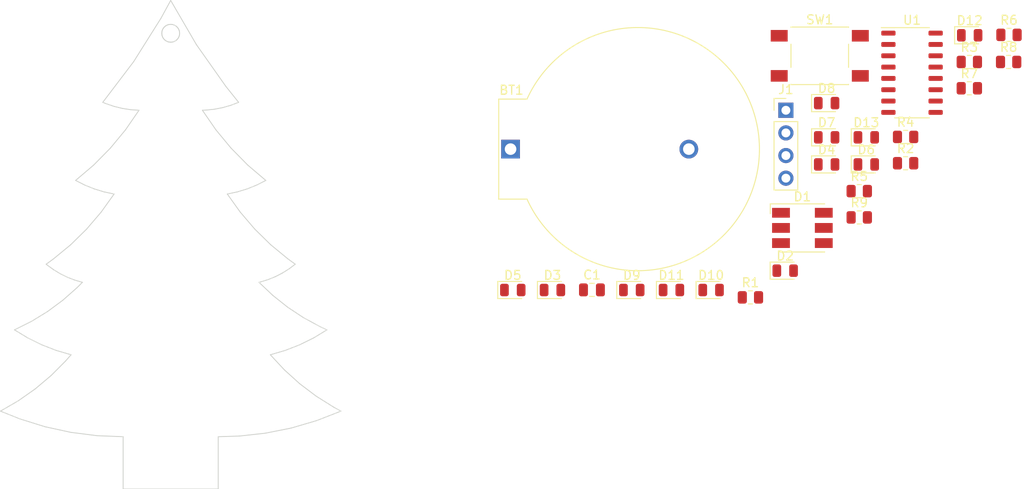
<source format=kicad_pcb>
(kicad_pcb (version 20211014) (generator pcbnew)
  (layers (0 "F.Cu" signal) (31 "B.Cu" signal) (34 "B.Paste" user) (35 "F.Paste" user) (36 "B.SilkS" user "B.Silkscreen") (37 "F.SilkS" user "F.Silkscreen") (38 "B.Mask" user) (39 "F.Mask" user) (44 "Edge.Cuts" user))
  (net 0 "")
  (net 1 "VCC")
  (net 2 "GND")
  (net 3 "Net-(D1-Pad1)")
  (net 4 "Net-(D1-Pad2)")
  (net 5 "Net-(D1-Pad3)")
  (net 6 "Net-(D1-Pad4)")
  (net 7 "Net-(D1-Pad5)")
  (net 8 "Net-(D1-Pad6)")
  (net 9 "/MPX2")
  (net 10 "Net-(D2-Pad2)")
  (net 11 "/MPX1")
  (net 12 "Net-(D4-Pad2)")
  (net 13 "Net-(D6-Pad2)")
  (net 14 "Net-(D8-Pad2)")
  (net 15 "Net-(D10-Pad2)")
  (net 16 "Net-(D12-Pad2)")
  (net 17 "/P3.0")
  (net 18 "/P3.3")
  (net 19 "/P3.4")
  (net 20 "/P3.5")
  (net 21 "/P3.6")
  (net 22 "/P3.7")
  (net 23 "/P1.6")
  (net 24 "Net-(SW1-Pad1)")
  (net 25 "/P3.1")
  (footprint "LED_SMD:LED_0805_2012Metric" (layer "F.Cu") (at 192.7 90.806827)
    (fp_text reference "D3" (at 0 -1.65) (layer "F.SilkS"))
    (fp_text value "LED")
    (fp_line (start 1 -0.96) (end -1.685 -0.96) (layer "F.SilkS") (width 0.12))
    (fp_line (start -1.685 0.96) (end 1 0.96) (layer "F.SilkS") (width 0.12))
    (fp_line (start -1.685 -0.96) (end -1.685 0.96) (layer "F.SilkS") (width 0.12))
    (pad "1" smd roundrect (at -0.9375 0) (size 0.975 1.4) (layers "F.Cu" "F.Paste" "F.Mask") (net 11 "/MPX1"))
    (pad "2" smd roundrect (at 0.9375 0) (size 0.975 1.4) (layers "F.Cu" "F.Paste" "F.Mask") (net 10 "Net-(D2-Pad2)"))
  )
  (footprint "LED_SMD:LED_0805_2012Metric" (layer "F.Cu") (at 223.46 69.836827)
    (fp_text reference "D8" (at 0 -1.65) (layer "F.SilkS"))
    (fp_text value "LED")
    (fp_line (start -1.685 -0.96) (end -1.685 0.96) (layer "F.SilkS") (width 0.12))
    (fp_line (start 1 -0.96) (end -1.685 -0.96) (layer "F.SilkS") (width 0.12))
    (fp_line (start -1.685 0.96) (end 1 0.96) (layer "F.SilkS") (width 0.12))
    (pad "1" smd roundrect (at -0.9375 0) (size 0.975 1.4) (layers "F.Cu" "F.Paste" "F.Mask") (net 9 "/MPX2"))
    (pad "2" smd roundrect (at 0.9375 0) (size 0.975 1.4) (layers "F.Cu" "F.Paste" "F.Mask") (net 14 "Net-(D8-Pad2)"))
  )
  (footprint "Resistor_SMD:R_0805_2012Metric" (layer "F.Cu") (at 232.32 76.581827)
    (fp_text reference "R2" (at 0 -1.65) (layer "F.SilkS"))
    (fp_text value "R")
    (fp_line (start -0.227064 0.735) (end 0.227064 0.735) (layer "F.SilkS") (width 0.12))
    (fp_line (start -0.227064 -0.735) (end 0.227064 -0.735) (layer "F.SilkS") (width 0.12))
    (pad "1" smd roundrect (at -0.9125 0) (size 1.025 1.4) (layers "F.Cu" "F.Paste" "F.Mask") (roundrect_rratio 0.243902) (net 4 "Net-(D1-Pad2)"))
    (pad "2" smd roundrect (at 0.9125 0) (size 1.025 1.4) (layers "F.Cu" "F.Paste" "F.Mask") (roundrect_rratio 0.243902) (net 2 "GND"))
  )
  (footprint "Resistor_SMD:R_0805_2012Metric" (layer "F.Cu") (at 214.91 91.631827)
    (fp_text reference "R1" (at 0 -1.65) (layer "F.SilkS"))
    (fp_text value "R")
    (fp_line (start -0.227064 0.735) (end 0.227064 0.735) (layer "F.SilkS") (width 0.12))
    (fp_line (start -0.227064 -0.735) (end 0.227064 -0.735) (layer "F.SilkS") (width 0.12))
    (pad "1" smd roundrect (at -0.9125 0) (size 1.025 1.4) (layers "F.Cu" "F.Paste" "F.Mask") (roundrect_rratio 0.243902) (net 3 "Net-(D1-Pad1)"))
    (pad "2" smd roundrect (at 0.9125 0) (size 1.025 1.4) (layers "F.Cu" "F.Paste" "F.Mask") (roundrect_rratio 0.243902) (net 2 "GND"))
  )
  (footprint "LED_SMD:LED_0805_2012Metric" (layer "F.Cu") (at 227.91 76.716827)
    (fp_text reference "D6" (at 0 -1.65) (layer "F.SilkS"))
    (fp_text value "LED")
    (fp_line (start -1.685 0.96) (end 1 0.96) (layer "F.SilkS") (width 0.12))
    (fp_line (start 1 -0.96) (end -1.685 -0.96) (layer "F.SilkS") (width 0.12))
    (fp_line (start -1.685 -0.96) (end -1.685 0.96) (layer "F.SilkS") (width 0.12))
    (pad "1" smd roundrect (at -0.9375 0) (size 0.975 1.4) (layers "F.Cu" "F.Paste" "F.Mask") (net 9 "/MPX2"))
    (pad "2" smd roundrect (at 0.9375 0) (size 0.975 1.4) (layers "F.Cu" "F.Paste" "F.Mask") (net 13 "Net-(D6-Pad2)"))
  )
  (footprint "LED_SMD:LED_0805_2012Metric" (layer "F.Cu") (at 218.81 88.636827)
    (fp_text reference "D2" (at 0 -1.65) (layer "F.SilkS"))
    (fp_text value "LED")
    (fp_line (start -1.685 0.96) (end 1 0.96) (layer "F.SilkS") (width 0.12))
    (fp_line (start -1.685 -0.96) (end -1.685 0.96) (layer "F.SilkS") (width 0.12))
    (fp_line (start 1 -0.96) (end -1.685 -0.96) (layer "F.SilkS") (width 0.12))
    (pad "1" smd roundrect (at -0.9375 0) (size 0.975 1.4) (layers "F.Cu" "F.Paste" "F.Mask") (net 9 "/MPX2"))
    (pad "2" smd roundrect (at 0.9375 0) (size 0.975 1.4) (layers "F.Cu" "F.Paste" "F.Mask") (net 10 "Net-(D2-Pad2)"))
  )
  (footprint "Resistor_SMD:R_0805_2012Metric" (layer "F.Cu") (at 243.88 65.221827)
    (fp_text reference "R8" (at 0 -1.65) (layer "F.SilkS"))
    (fp_text value "R")
    (fp_line (start -0.227064 0.735) (end 0.227064 0.735) (layer "F.SilkS") (width 0.12))
    (fp_line (start -0.227064 -0.735) (end 0.227064 -0.735) (layer "F.SilkS") (width 0.12))
    (pad "1" smd roundrect (at -0.9125 0) (size 1.025 1.4) (layers "F.Cu" "F.Paste" "F.Mask") (roundrect_rratio 0.243902) (net 15 "Net-(D10-Pad2)"))
    (pad "2" smd roundrect (at 0.9125 0) (size 1.025 1.4) (layers "F.Cu" "F.Paste" "F.Mask") (roundrect_rratio 0.243902) (net 22 "/P3.7"))
  )
  (footprint "LED_SMD:LED_RGB_5050-6" (layer "F.Cu") (at 220.74 83.841827)
    (fp_text reference "D1" (at 0 -3.5 180) (layer "F.SilkS"))
    (fp_text value "LED_RGB")
    (fp_line (start 2.5 2.7) (end -2.5 2.7) (layer "F.SilkS") (width 0.12))
    (fp_line (start -3.6 -1.6) (end -3.6 -2.7) (layer "F.SilkS") (width 0.12))
    (fp_line (start -3.6 -2.7) (end 2.5 -2.7) (layer "F.SilkS") (width 0.12))
    (pad "1" smd rect (at -2.4 -1.7 90) (size 1.1 2) (layers "F.Cu" "F.Paste" "F.Mask") (net 3 "Net-(D1-Pad1)"))
    (pad "2" smd rect (at -2.4 0 90) (size 1.1 2) (layers "F.Cu" "F.Paste" "F.Mask") (net 4 "Net-(D1-Pad2)"))
    (pad "3" smd rect (at -2.4 1.7 90) (size 1.1 2) (layers "F.Cu" "F.Paste" "F.Mask") (net 5 "Net-(D1-Pad3)"))
    (pad "4" smd rect (at 2.4 1.7 90) (size 1.1 2) (layers "F.Cu" "F.Paste" "F.Mask") (net 6 "Net-(D1-Pad4)"))
    (pad "5" smd rect (at 2.4 0 90) (size 1.1 2) (layers "F.Cu" "F.Paste" "F.Mask") (net 7 "Net-(D1-Pad5)"))
    (pad "6" smd rect (at 2.4 -1.7 90) (size 1.1 2) (layers "F.Cu" "F.Paste" "F.Mask") (net 8 "Net-(D1-Pad6)"))
  )
  (footprint "LED_SMD:LED_0805_2012Metric" (layer "F.Cu") (at 239.51 62.226827)
    (fp_text reference "D12" (at 0 -1.65) (layer "F.SilkS"))
    (fp_text value "LED")
    (fp_line (start -1.685 0.96) (end 1 0.96) (layer "F.SilkS") (width 0.12))
    (fp_line (start 1 -0.96) (end -1.685 -0.96) (layer "F.SilkS") (width 0.12))
    (fp_line (start -1.685 -0.96) (end -1.685 0.96) (layer "F.SilkS") (width 0.12))
    (pad "1" smd roundrect (at -0.9375 0) (size 0.975 1.4) (layers "F.Cu" "F.Paste" "F.Mask") (net 9 "/MPX2"))
    (pad "2" smd roundrect (at 0.9375 0) (size 0.975 1.4) (layers "F.Cu" "F.Paste" "F.Mask") (net 16 "Net-(D12-Pad2)"))
  )
  (footprint "LED_SMD:LED_0805_2012Metric" (layer "F.Cu") (at 201.6 90.806827)
    (fp_text reference "D9" (at 0 -1.65) (layer "F.SilkS"))
    (fp_text value "LED")
    (fp_line (start -1.685 0.96) (end 1 0.96) (layer "F.SilkS") (width 0.12))
    (fp_line (start 1 -0.96) (end -1.685 -0.96) (layer "F.SilkS") (width 0.12))
    (fp_line (start -1.685 -0.96) (end -1.685 0.96) (layer "F.SilkS") (width 0.12))
    (pad "1" smd roundrect (at -0.9375 0) (size 0.975 1.4) (layers "F.Cu" "F.Paste" "F.Mask") (net 11 "/MPX1"))
    (pad "2" smd roundrect (at 0.9375 0) (size 0.975 1.4) (layers "F.Cu" "F.Paste" "F.Mask") (net 14 "Net-(D8-Pad2)"))
  )
  (footprint "LED_SMD:LED_0805_2012Metric" (layer "F.Cu") (at 223.46 76.716827)
    (fp_text reference "D4" (at 0 -1.65) (layer "F.SilkS"))
    (fp_text value "LED")
    (fp_line (start -1.685 0.96) (end 1 0.96) (layer "F.SilkS") (width 0.12))
    (fp_line (start 1 -0.96) (end -1.685 -0.96) (layer "F.SilkS") (width 0.12))
    (fp_line (start -1.685 -0.96) (end -1.685 0.96) (layer "F.SilkS") (width 0.12))
    (pad "1" smd roundrect (at -0.9375 0) (size 0.975 1.4) (layers "F.Cu" "F.Paste" "F.Mask") (net 9 "/MPX2"))
    (pad "2" smd roundrect (at 0.9375 0) (size 0.975 1.4) (layers "F.Cu" "F.Paste" "F.Mask") (net 12 "Net-(D4-Pad2)"))
  )
  (footprint "Connector_PinHeader_2.54mm:PinHeader_1x04_P2.54mm_Vertical" (layer "F.Cu") (at 218.89 70.641827)
    (fp_text reference "J1" (at 0 -2.33) (layer "F.SilkS"))
    (fp_text value "Conn_01x04")
    (fp_line (start -1.33 1.27) (end -1.33 8.95) (layer "F.SilkS") (width 0.12))
    (fp_line (start -1.33 1.27) (end 1.33 1.27) (layer "F.SilkS") (width 0.12))
    (fp_line (start -1.33 -1.33) (end 0 -1.33) (layer "F.SilkS") (width 0.12))
    (fp_line (start -1.33 0) (end -1.33 -1.33) (layer "F.SilkS") (width 0.12))
    (fp_line (start -1.33 8.95) (end 1.33 8.95) (layer "F.SilkS") (width 0.12))
    (fp_line (start 1.33 1.27) (end 1.33 8.95) (layer "F.SilkS") (width 0.12))
    (pad "1" thru_hole rect (at 0 0) (size 1.7 1.7) (drill 1) (layers *.Cu *.Mask) (net 1 "VCC"))
    (pad "2" thru_hole oval (at 0 2.54) (size 1.7 1.7) (drill 1) (layers *.Cu *.Mask) (net 17 "/P3.0"))
    (pad "3" thru_hole oval (at 0 5.08) (size 1.7 1.7) (drill 1) (layers *.Cu *.Mask) (net 25 "/P3.1"))
    (pad "4" thru_hole oval (at 0 7.62) (size 1.7 1.7) (drill 1) (layers *.Cu *.Mask) (net 2 "GND"))
  )
  (footprint "LED_SMD:LED_0805_2012Metric" (layer "F.Cu") (at 188.25 90.806827)
    (fp_text reference "D5" (at 0 -1.65) (layer "F.SilkS"))
    (fp_text value "LED")
    (fp_line (start -1.685 -0.96) (end -1.685 0.96) (layer "F.SilkS") (width 0.12))
    (fp_line (start 1 -0.96) (end -1.685 -0.96) (layer "F.SilkS") (width 0.12))
    (fp_line (start -1.685 0.96) (end 1 0.96) (layer "F.SilkS") (width 0.12))
    (pad "1" smd roundrect (at -0.9375 0) (size 0.975 1.4) (layers "F.Cu" "F.Paste" "F.Mask") (net 11 "/MPX1"))
    (pad "2" smd roundrect (at 0.9375 0) (size 0.975 1.4) (layers "F.Cu" "F.Paste" "F.Mask") (net 12 "Net-(D4-Pad2)"))
  )
  (footprint "Resistor_SMD:R_0805_2012Metric" (layer "F.Cu") (at 239.47 65.221827)
    (fp_text reference "R3" (at 0 -1.65) (layer "F.SilkS"))
    (fp_text value "R")
    (fp_line (start -0.227064 0.735) (end 0.227064 0.735) (layer "F.SilkS") (width 0.12))
    (fp_line (start -0.227064 -0.735) (end 0.227064 -0.735) (layer "F.SilkS") (width 0.12))
    (pad "1" smd roundrect (at -0.9125 0) (size 1.025 1.4) (layers "F.Cu" "F.Paste" "F.Mask") (roundrect_rratio 0.243902) (net 5 "Net-(D1-Pad3)"))
    (pad "2" smd roundrect (at 0.9125 0) (size 1.025 1.4) (layers "F.Cu" "F.Paste" "F.Mask") (roundrect_rratio 0.243902) (net 2 "GND"))
  )
  (footprint "Resistor_SMD:R_0805_2012Metric" (layer "F.Cu") (at 239.47 68.171827)
    (fp_text reference "R7" (at 0 -1.65) (layer "F.SilkS"))
    (fp_text value "R")
    (fp_line (start -0.227064 0.735) (end 0.227064 0.735) (layer "F.SilkS") (width 0.12))
    (fp_line (start -0.227064 -0.735) (end 0.227064 -0.735) (layer "F.SilkS") (width 0.12))
    (pad "1" smd roundrect (at -0.9125 0) (size 1.025 1.4) (layers "F.Cu" "F.Paste" "F.Mask") (roundrect_rratio 0.243902) (net 14 "Net-(D8-Pad2)"))
    (pad "2" smd roundrect (at 0.9125 0) (size 1.025 1.4) (layers "F.Cu" "F.Paste" "F.Mask") (roundrect_rratio 0.243902) (net 21 "/P3.6"))
  )
  (footprint "LED_SMD:LED_0805_2012Metric" (layer "F.Cu") (at 206.05 90.806827)
    (fp_text reference "D11" (at 0 -1.65) (layer "F.SilkS"))
    (fp_text value "LED")
    (fp_line (start -1.685 0.96) (end 1 0.96) (layer "F.SilkS") (width 0.12))
    (fp_line (start -1.685 -0.96) (end -1.685 0.96) (layer "F.SilkS") (width 0.12))
    (fp_line (start 1 -0.96) (end -1.685 -0.96) (layer "F.SilkS") (width 0.12))
    (pad "1" smd roundrect (at -0.9375 0) (size 0.975 1.4) (layers "F.Cu" "F.Paste" "F.Mask") (net 11 "/MPX1"))
    (pad "2" smd roundrect (at 0.9375 0) (size 0.975 1.4) (layers "F.Cu" "F.Paste" "F.Mask") (net 15 "Net-(D10-Pad2)"))
  )
  (footprint "karifa:SW_Push_K2-1102SP" (layer "F.Cu") (at 222.69 64.531827)
    (fp_text reference "SW1" (at 0 -4.05) (layer "F.SilkS"))
    (fp_text value "SW_DPST_x2")
    (fp_line (start -3.23 -3.23) (end 3.23 -3.23) (layer "F.SilkS") (width 0.12))
    (fp_line (start 3.23 -1.3) (end 3.23 1.3) (layer "F.SilkS") (width 0.12))
    (fp_line (start -3.23 -1.3) (end -3.23 1.3) (layer "F.SilkS") (width 0.12))
    (fp_line (start -3.23 3.23) (end -3.23 3.2) (layer "F.SilkS") (width 0.12))
    (fp_line (start -3.23 -3.2) (end -3.23 -3.23) (layer "F.SilkS") (width 0.12))
    (fp_line (start 3.23 -3.23) (end 3.23 -3.2) (layer "F.SilkS") (width 0.12))
    (fp_line (start -3.23 3.23) (end 3.23 3.23) (layer "F.SilkS") (width 0.12))
    (fp_line (start 3.23 3.23) (end 3.23 3.2) (layer "F.SilkS") (width 0.12))
    (pad "1" smd rect (at 4.55 -2.25) (size 1.9 1.3) (layers "F.Cu" "F.Paste" "F.Mask") (net 24 "Net-(SW1-Pad1)"))
    (pad "1" smd rect (at -4.55 -2.25) (size 1.9 1.3) (layers "F.Cu" "F.Paste" "F.Mask") (net 24 "Net-(SW1-Pad1)"))
    (pad "2" smd rect (at -4.55 2.25) (size 1.9 1.3) (layers "F.Cu" "F.Paste" "F.Mask") (net 2 "GND"))
    (pad "2" smd rect (at 4.55 2.25) (size 1.9 1.3) (layers "F.Cu" "F.Paste" "F.Mask") (net 2 "GND"))
  )
  (footprint "Resistor_SMD:R_0805_2012Metric" (layer "F.Cu") (at 227.12 82.661827)
    (fp_text reference "R9" (at 0 -1.65) (layer "F.SilkS"))
    (fp_text value "R")
    (fp_line (start -0.227064 0.735) (end 0.227064 0.735) (layer "F.SilkS") (width 0.12))
    (fp_line (start -0.227064 -0.735) (end 0.227064 -0.735) (layer "F.SilkS") (width 0.12))
    (pad "1" smd roundrect (at -0.9125 0) (size 1.025 1.4) (layers "F.Cu" "F.Paste" "F.Mask") (roundrect_rratio 0.243902) (net 16 "Net-(D12-Pad2)"))
    (pad "2" smd roundrect (at 0.9125 0) (size 1.025 1.4) (layers "F.Cu" "F.Paste" "F.Mask") (roundrect_rratio 0.243902) (net 23 "/P1.6"))
  )
  (footprint "LED_SMD:LED_0805_2012Metric" (layer "F.Cu") (at 223.46 73.676827)
    (fp_text reference "D7" (at 0 -1.65) (layer "F.SilkS"))
    (fp_text value "LED")
    (fp_line (start -1.685 0.96) (end 1 0.96) (layer "F.SilkS") (width 0.12))
    (fp_line (start 1 -0.96) (end -1.685 -0.96) (layer "F.SilkS") (width 0.12))
    (fp_line (start -1.685 -0.96) (end -1.685 0.96) (layer "F.SilkS") (width 0.12))
    (pad "1" smd roundrect (at -0.9375 0) (size 0.975 1.4) (layers "F.Cu" "F.Paste" "F.Mask") (net 11 "/MPX1"))
    (pad "2" smd roundrect (at 0.9375 0) (size 0.975 1.4) (layers "F.Cu" "F.Paste" "F.Mask") (net 13 "Net-(D6-Pad2)"))
  )
  (footprint "Capacitor_SMD:C_0805_2012Metric" (layer "F.Cu") (at 197.13 90.791827)
    (fp_text reference "C1" (at 0 -1.68) (layer "F.SilkS"))
    (fp_text value "C")
    (fp_line (start -0.261252 -0.735) (end 0.261252 -0.735) (layer "F.SilkS") (width 0.12))
    (fp_line (start -0.261252 0.735) (end 0.261252 0.735) (layer "F.SilkS") (width 0.12))
    (pad "1" smd roundrect (at -0.95 0) (size 1 1.45) (layers "F.Cu" "F.Paste" "F.Mask") (net 2 "GND"))
    (pad "2" smd roundrect (at 0.95 0) (size 1 1.45) (layers "F.Cu" "F.Paste" "F.Mask") (net 1 "VCC"))
  )
  (footprint "LED_SMD:LED_0805_2012Metric" (layer "F.Cu") (at 227.91 73.676827)
    (fp_text reference "D13" (at 0 -1.65) (layer "F.SilkS"))
    (fp_text value "LED")
    (fp_line (start 1 -0.96) (end -1.685 -0.96) (layer "F.SilkS") (width 0.12))
    (fp_line (start -1.685 -0.96) (end -1.685 0.96) (layer "F.SilkS") (width 0.12))
    (fp_line (start -1.685 0.96) (end 1 0.96) (layer "F.SilkS") (width 0.12))
    (pad "1" smd roundrect (at -0.9375 0) (size 0.975 1.4) (layers "F.Cu" "F.Paste" "F.Mask") (net 11 "/MPX1"))
    (pad "2" smd roundrect (at 0.9375 0) (size 0.975 1.4) (layers "F.Cu" "F.Paste" "F.Mask") (net 16 "Net-(D12-Pad2)"))
  )
  (footprint "Battery:BatteryHolder_ComfortableElectronic_CH273-2450_1x2450" (layer "F.Cu") (at 188 75)
    (fp_text reference "BT1" (at 0.1 -6.62) (layer "F.SilkS"))
    (fp_text value "Battery")
    (fp_line (start -1.33 5.61) (end -1.33 -5.61) (layer "F.SilkS") (width 0.12))
    (fp_line (start -1.33 -5.61) (end 1.845 -5.61) (layer "F.SilkS") (width 0.12))
    (fp_line (start 1.845 5.61) (end -1.33 5.61) (layer "F.SilkS") (width 0.12))
    (fp_arc (start 1.845 -5.61) (mid 27.921896 0) (end 1.845 5.61) (layer "F.SilkS") (width 0.12))
    (pad "1" thru_hole rect (at 0 0 270) (size 2.1 2.1) (drill 1.3) (layers *.Cu *.Mask) (net 1 "VCC"))
    (pad "2" thru_hole circle (at 20 0 270) (size 2.1 2.1) (drill 1.3) (layers *.Cu *.Mask) (net 2 "GND"))
  )
  (footprint "Resistor_SMD:R_0805_2012Metric" (layer "F.Cu") (at 227.12 79.711827)
    (fp_text reference "R5" (at 0 -1.65) (layer "F.SilkS"))
    (fp_text value "R")
    (fp_line (start -0.227064 0.735) (end 0.227064 0.735) (layer "F.SilkS") (width 0.12))
    (fp_line (start -0.227064 -0.735) (end 0.227064 -0.735) (layer "F.SilkS") (width 0.12))
    (pad "1" smd roundrect (at -0.9125 0) (size 1.025 1.4) (layers "F.Cu" "F.Paste" "F.Mask") (roundrect_rratio 0.243902) (net 12 "Net-(D4-Pad2)"))
    (pad "2" smd roundrect (at 0.9125 0) (size 1.025 1.4) (layers "F.Cu" "F.Paste" "F.Mask") (roundrect_rratio 0.243902) (net 19 "/P3.4"))
  )
  (footprint "LED_SMD:LED_0805_2012Metric" (layer "F.Cu") (at 210.5 90.806827)
    (fp_text reference "D10" (at 0 -1.65) (layer "F.SilkS"))
    (fp_text value "LED")
    (fp_line (start -1.685 0.96) (end 1 0.96) (layer "F.SilkS") (width 0.12))
    (fp_line (start 1 -0.96) (end -1.685 -0.96) (layer "F.SilkS") (width 0.12))
    (fp_line (start -1.685 -0.96) (end -1.685 0.96) (layer "F.SilkS") (width 0.12))
    (pad "1" smd roundrect (at -0.9375 0) (size 0.975 1.4) (layers "F.Cu" "F.Paste" "F.Mask") (net 9 "/MPX2"))
    (pad "2" smd roundrect (at 0.9375 0) (size 0.975 1.4) (layers "F.Cu" "F.Paste" "F.Mask") (net 15 "Net-(D10-Pad2)"))
  )
  (footprint "Resistor_SMD:R_0805_2012Metric" (layer "F.Cu") (at 243.92 62.181827)
    (fp_text reference "R6" (at 0 -1.65) (layer "F.SilkS"))
    (fp_text value "R")
    (fp_line (start -0.227064 -0.735) (end 0.227064 -0.735) (layer "F.SilkS") (width 0.12))
    (fp_line (start -0.227064 0.735) (end 0.227064 0.735) (layer "F.SilkS") (width 0.12))
    (pad "1" smd roundrect (at -0.9125 0) (size 1.025 1.4) (layers "F.Cu" "F.Paste" "F.Mask") (roundrect_rratio 0.243902) (net 13 "Net-(D6-Pad2)"))
    (pad "2" smd roundrect (at 0.9125 0) (size 1.025 1.4) (layers "F.Cu" "F.Paste" "F.Mask") (roundrect_rratio 0.243902) (net 20 "/P3.5"))
  )
  (footprint "Package_SO:STC_SOP-16_3.9x9.9mm_P1.27mm" (layer "F.Cu") (at 233.04 66.431827)
    (fp_text reference "U1" (at 0 -5.9) (layer "F.SilkS"))
    (fp_text value "STC8G1K08-SOP16")
    (fp_line (start 0 -5.06) (end -3.45 -5.06) (layer "F.SilkS") (width 0.12))
    (fp_line (start 0 5.06) (end 1.95 5.06) (layer "F.SilkS") (width 0.12))
    (fp_line (start 0 5.06) (end -1.95 5.06) (layer "F.SilkS") (width 0.12))
    (fp_line (start 0 -5.06) (end 1.95 -5.06) (layer "F.SilkS") (width 0.12))
    (pad "1" smd roundrect (at -2.65 -4.445) (size 1.6 0.55) (layers "F.Cu" "F.Paste" "F.Mask") (net 11 "/MPX1"))
    (pad "2" smd roundrect (at -2.65 -3.175) (size 1.6 0.55) (layers "F.Cu" "F.Paste" "F.Mask") (net 9 "/MPX2"))
    (pad "3" smd roundrect (at -2.65 -1.905) (size 1.6 0.55) (layers "F.Cu" "F.Paste" "F.Mask") (net 23 "/P1.6"))
    (pad "4" smd roundrect (at -2.65 -0.635) (size 1.6 0.55) (layers "F.Cu" "F.Paste" "F.Mask") (net 8 "Net-(D1-Pad6)"))
    (pad "5" smd roundrect (at -2.65 0.635) (size 1.6 0.55) (layers "F.Cu" "F.Paste" "F.Mask") (net 7 "Net-(D1-Pad5)"))
    (pad "6" smd roundrect (at -2.65 1.905) (size 1.6 0.55) (layers "F.Cu" "F.Paste" "F.Mask") (net 1 "VCC"))
    (pad "7" smd roundrect (at -2.65 3.175) (size 1.6 0.55) (layers "F.Cu" "F.Paste" "F.Mask") (net 6 "Net-(D1-Pad4)"))
    (pad "8" smd roundrect (at -2.65 4.445) (size 1.6 0.55) (layers "F.Cu" "F.Paste" "F.Mask") (net 2 "GND"))
    (pad "9" smd roundrect (at 2.65 4.445) (size 1.6 0.55) (layers "F.Cu" "F.Paste" "F.Mask") (net 17 "/P3.0"))
    (pad "10" smd roundrect (at 2.65 3.175) (size 1.6 0.55) (layers "F.Cu" "F.Paste" "F.Mask") (net 25 "/P3.1"))
    (pad "11" smd roundrect (at 2.65 1.905) (size 1.6 0.55) (layers "F.Cu" "F.Paste" "F.Mask") (net 24 "Net-(SW1-Pad1)"))
    (pad "12" smd roundrect (at 2.65 0.635) (size 1.6 0.55) (layers "F.Cu" "F.Paste" "F.Mask") (net 18 "/P3.3"))
    (pad "13" smd roundrect (at 2.65 -0.635) (size 1.6 0.55) (layers "F.Cu" "F.Paste" "F.Mask") (net 19 "/P3.4"))
    (pad "14" smd roundrect (at 2.65 -1.905) (size 1.6 0.55) (layers "F.Cu" "F.Paste" "F.Mask") (net 20 "/P3.5"))
    (pad "15" smd roundrect (at 2.65 -3.175) (size 1.6 0.55) (layers "F.Cu" "F.Paste" "F.Mask") (net 21 "/P3.6"))
    (pad "16" smd roundrect (at 2.65 -4.445) (size 1.6 0.55) (layers "F.Cu" "F.Paste" "F.Mask") (net 22 "/P3.7"))
  )
  (footprint "Resistor_SMD:R_0805_2012Metric" (layer "F.Cu") (at 232.32 73.631827)
    (fp_text reference "R4" (at 0 -1.65) (layer "F.SilkS"))
    (fp_text value "R")
    (fp_line (start -0.227064 -0.735) (end 0.227064 -0.735) (layer "F.SilkS") (width 0.12))
    (fp_line (start -0.227064 0.735) (end 0.227064 0.735) (layer "F.SilkS") (width 0.12))
    (pad "1" smd roundrect (at -0.9125 0) (size 1.025 1.4) (layers "F.Cu" "F.Paste" "F.Mask") (roundrect_rratio 0.243902) (net 10 "Net-(D2-Pad2)"))
    (pad "2" smd roundrect (at 0.9125 0) (size 1.025 1.4) (layers "F.Cu" "F.Paste" "F.Mask") (roundrect_rratio 0.243902) (net 18 "/P3.3"))
  )
  (gr_line (start 135.77808 106.1482) (end 138.66098 106.77558) (layer "Edge.Cuts") (width 0.1))
  (gr_line (start 155.204 107.2658) (end 157.56366 107.19214) (layer "Edge.Cuts") (width 0.1))
  (gr_line (start 148.9175 62.30272) (end 148.89464 62.2189) (layer "Edge.Cuts") (width 0.1))
  (gr_line (start 148.98354 62.46528) (end 148.94544 62.38654) (layer "Edge.Cuts") (width 0.1))
  (gr_line (start 134.24646 94.32704) (end 132.344 95.277) (layer "Edge.Cuts") (width 0.1))
  (gr_line (start 156.601 70.08782) (end 157.49 69.75) (layer "Edge.Cuts") (width 0.1))
  (gr_line (start 139.36202 90.54498) (end 137.76944 91.95214) (layer "Edge.Cuts") (width 0.1))
  (gr_line (start 159.51438 79.0337) (end 160.538 78.513) (layer "Edge.Cuts") (width 0.1))
  (gr_line (start 149.82682 63.00376) (end 149.82682 63.00376) (layer "Edge.Cuts") (width 0.1))
  (gr_line (start 140.4339 83.97654) (end 138.64574 85.73168) (layer "Edge.Cuts") (width 0.1))
  (gr_line (start 150.8479 61.7871) (end 150.86314 61.87092) (layer "Edge.Cuts") (width 0.1))
  (gr_line (start 159.776 89.943) (end 159.94872 89.89982) (layer "Edge.Cuts") (width 0.1))
  (gr_line (start 138.08186 98.76696) (end 136.4461 100.4078) (layer "Edge.Cuts") (width 0.1))
  (gr_line (start 135.39708 96.95086) (end 137.02268 97.58332) (layer "Edge.Cuts") (width 0.1))
  (gr_line (start 141.23146 76.7858) (end 139.202 78.513) (layer "Edge.Cuts") (width 0.1))
  (gr_line (start 145.36658 70.5755) (end 146.314 70.639) (layer "Edge.Cuts") (width 0.1))
  (gr_line (start 149.82682 63.00376) (end 149.74046 62.99614) (layer "Edge.Cuts") (width 0.1))
  (gr_line (start 148.9175 61.70074) (end 148.94544 61.61946) (layer "Edge.Cuts") (width 0.1))
  (gr_line (start 149.02672 62.54148) (end 148.98354 62.46528) (layer "Edge.Cuts") (width 0.1))
  (gr_line (start 144.42678 70.42818) (end 145.36658 70.5755) (layer "Edge.Cuts") (width 0.1))
  (gr_line (start 148.89464 62.2189) (end 148.8794 62.13254) (layer "Edge.Cuts") (width 0.1))
  (gr_line (start 149.82682 61.00224) (end 149.91572 61.00224) (layer "Edge.Cuts") (width 0.1))
  (gr_line (start 149.91572 63.00376) (end 149.82682 63.00376) (layer "Edge.Cuts") (width 0.1))
  (gr_line (start 138.694 98.071) (end 138.08186 98.76696) (layer "Edge.Cuts") (width 0.1))
  (gr_line (start 144.536 113.1332) (end 155.204 113.1332) (layer "Edge.Cuts") (width 0.1))
  (gr_line (start 149.1334 62.67864) (end 149.07752 62.6126) (layer "Edge.Cuts") (width 0.1))
  (gr_line (start 157.34522 79.79824) (end 158.44758 79.46296) (layer "Edge.Cuts") (width 0.1))
  (gr_line (start 133.83498 96.18124) (end 135.39708 96.95086) (layer "Edge.Cuts") (width 0.1))
  (gr_line (start 136.71026 87.32172) (end 135.9 87.911) (layer "Edge.Cuts") (width 0.1))
  (gr_line (start 141.29496 79.46296) (end 142.39478 79.79824) (layer "Edge.Cuts") (width 0.1))
  (gr_line (start 162.98402 92.72938) (end 161.32032 91.40604) (layer "Edge.Cuts") (width 0.1))
  (gr_line (start 142.25 69.75) (end 142.60306 69.89478) (layer "Edge.Cuts") (width 0.1))
  (gr_line (start 166.22252 105.46494) (end 168.9708 104.3956) (layer "Edge.Cuts") (width 0.1))
  (gr_line (start 167.396 95.277) (end 166.62638 94.91632) (layer "Edge.Cuts") (width 0.1))
  (gr_line (start 160.49736 106.86956) (end 163.39042 106.29298) (layer "Edge.Cuts") (width 0.1))
  (gr_line (start 144.8027 72.83356) (end 143.10344 74.88588) (layer "Edge.Cuts") (width 0.1))
  (gr_line (start 150.33228 62.88946) (end 150.25354 62.92756) (layer "Edge.Cuts") (width 0.1))
  (gr_line (start 143.50222 70.20212) (end 144.42678 70.42818) (layer "Edge.Cuts") (width 0.1))
  (gr_line (start 148.94544 61.61946) (end 148.98354 61.54072) (layer "Edge.Cuts") (width 0.1))
  (gr_line (start 146.314 70.639) (end 144.8027 72.83356) (layer "Edge.Cuts") (width 0.1))
  (gr_line (start 157.67796 82.07408) (end 156.22 80.037) (layer "Edge.Cuts") (width 0.1))
  (gr_line (start 149.40772 61.114) (end 149.489 61.07844) (layer "Edge.Cuts") (width 0.1))
  (gr_line (start 150.82504 61.70074) (end 150.8479 61.7871) (layer "Edge.Cuts") (width 0.1))
  (gr_line (start 153.426 70.639) (end 153.807 70.62376) (layer "Edge.Cuts") (width 0.1))
  (gr_line (start 162.62588 99.76772) (end 161.046 98.071) (layer "Edge.Cuts") (width 0.1))
  (gr_line (start 150.25354 61.07844) (end 150.33228 61.114) (layer "Edge.Cuts") (width 0.1))
  (gr_line (start 139.964 89.943) (end 139.36202 90.54498) (layer "Edge.Cuts") (width 0.1))
  (gr_line (start 149.74046 61.00986) (end 149.82682 61.00224) (layer "Edge.Cuts") (width 0.1))
  (gr_line (start 149.33406 62.84628) (end 149.2604 62.79548) (layer "Edge.Cuts") (width 0.1))
  (gr_line (start 150.40848 62.84628) (end 150.33228 62.88946) (layer "Edge.Cuts") (width 0.1))
  (gr_line (start 161.60734 89.31054) (end 162.38966 88.90922) (layer "Edge.Cuts") (width 0.1))
  (gr_line (start 152.7529 63.27554) (end 149.87 58.32) (layer "Edge.Cuts") (width 0.1))
  (gr_line (start 150.71582 61.46452) (end 150.759 61.54072) (layer "Edge.Cuts") (width 0.1))
  (gr_line (start 137.02268 97.58332) (end 138.694 98.071) (layer "Edge.Cuts") (width 0.1))
  (gr_line (start 149.57028 62.95804) (end 149.489 62.92756) (layer "Edge.Cuts") (width 0.1))
  (gr_line (start 168.158 103.9511) (end 166.19458 102.7192) (layer "Edge.Cuts") (width 0.1))
  (gr_line (start 164.34292 96.95086) (end 165.90756 96.18124) (layer "Edge.Cuts") (width 0.1))
  (gr_line (start 161.09426 85.73168) (end 159.3061 83.97654) (layer "Edge.Cuts") (width 0.1))
  (gr_line (start 148.94544 62.38654) (end 148.9175 62.30272) (layer "Edge.Cuts") (width 0.1))
  (gr_line (start 149.74046 62.99614) (end 149.6541 62.9809) (layer "Edge.Cuts") (width 0.1))
  (gr_line (start 150.86314 61.87092) (end 150.87076 61.95982) (layer "Edge.Cuts") (width 0.1))
  (gr_line (start 156.22 80.037) (end 157.34522 79.79824) (layer "Edge.Cuts") (width 0.1))
  (gr_line (start 150.8479 62.2189) (end 150.82504 62.30272) (layer "Edge.Cuts") (width 0.1))
  (gr_line (start 137.76944 91.95214) (end 136.06002 93.21706) (layer "Edge.Cuts") (width 0.1))
  (gr_line (start 140.22816 79.0337) (end 141.29496 79.46296) (layer "Edge.Cuts") (width 0.1))
  (gr_line (start 158.44758 79.46296) (end 159.51438 79.0337) (layer "Edge.Cuts") (width 0.1))
  (gr_line (start 136.06002 93.21706) (end 134.24646 94.32704) (layer "Edge.Cuts") (width 0.1))
  (gr_line (start 154.75442 70.52724) (end 155.6866 70.3469) (layer "Edge.Cuts") (width 0.1))
  (gr_line (start 150.54818 61.26386) (end 150.60914 61.32736) (layer "Edge.Cuts") (width 0.1))
  (gr_line (start 141.5896 107.14896) (end 144.536 107.2658) (layer "Edge.Cuts") (width 0.1))
  (gr_line (start 150.66502 61.3934) (end 150.71582 61.46452) (layer "Edge.Cuts") (width 0.1))
  (gr_line (start 166.19458 102.7192) (end 164.34546 101.3222) (layer "Edge.Cuts") (width 0.1))
  (gr_line (start 138.66098 106.77558) (end 141.5896 107.14896) (layer "Edge.Cuts") (width 0.1))
  (gr_line (start 150.66502 62.6126) (end 150.60914 62.67864) (layer "Edge.Cuts") (width 0.1))
  (gr_line (start 149.40772 62.88946) (end 149.33406 62.84628) (layer "Edge.Cuts") (width 0.1))
  (gr_line (start 149.02672 61.46452) (end 149.07752 61.3934) (layer "Edge.Cuts") (width 0.1))
  (gr_line (start 149.489 61.07844) (end 149.57028 61.04796) (layer "Edge.Cuts") (width 0.1))
  (gr_line (start 150.79456 61.61946) (end 150.82504 61.70074) (layer "Edge.Cuts") (width 0.1))
  (gr_line (start 150.4796 62.79548) (end 150.40848 62.84628) (layer "Edge.Cuts") (width 0.1))
  (gr_line (start 149.1334 61.32736) (end 149.19436 61.26386) (layer "Edge.Cuts") (width 0.1))
  (gr_line (start 150.82504 62.30272) (end 150.79456 62.38654) (layer "Edge.Cuts") (width 0.1))
  (gr_line (start 157.49 69.75) (end 156.05744 67.9593) (layer "Edge.Cuts") (width 0.1))
  (gr_line (start 150.08844 61.0251) (end 150.17226 61.04796) (layer "Edge.Cuts") (width 0.1))
  (gr_line (start 159.94872 89.89982) (end 160.78946 89.64074) (layer "Edge.Cuts") (width 0.1))
  (gr_line (start 144.536 107.2658) (end 144.536 113.1332) (layer "Edge.Cuts") (width 0.1))
  (gr_line (start 168.9708 104.3956) (end 168.158 103.9511) (layer "Edge.Cuts") (width 0.1))
  (gr_line (start 149.2604 61.20798) (end 149.33406 61.15718) (layer "Edge.Cuts") (width 0.1))
  (gr_line (start 150.87076 61.95982) (end 150.87076 62.04618) (layer "Edge.Cuts") (width 0.1))
  (gr_line (start 150.08844 62.9809) (end 150.00208 62.99614) (layer "Edge.Cuts") (width 0.1))
  (gr_line (start 163.39042 106.29298) (end 166.22252 105.46494) (layer "Edge.Cuts") (width 0.1))
  (gr_line (start 149.57028 61.04796) (end 149.6541 61.0251) (layer "Edge.Cuts") (width 0.1))
  (gr_line (start 135.9 87.911) (end 136.03716 88.02276) (layer "Edge.Cuts") (width 0.1))
  (gr_line (start 156.05744 67.9593) (end 152.7529 63.27554) (layer "Edge.Cuts") (width 0.1))
  (gr_line (start 138.29522 89.38166) (end 139.11818 89.69916) (layer "Edge.Cuts") (width 0.1))
  (gr_line (start 162.71986 97.58332) (end 164.34292 96.95086) (layer "Edge.Cuts") (width 0.1))
  (gr_line (start 143.52 80.037) (end 142.06204 82.07408) (layer "Edge.Cuts") (width 0.1))
  (gr_line (start 132.7758 103.23228) (end 130.7692 104.3956) (layer "Edge.Cuts") (width 0.1))
  (gr_line (start 148.87178 61.95982) (end 148.8794 61.87092) (layer "Edge.Cuts") (width 0.1))
  (gr_line (start 136.4461 100.4078) (end 134.67064 101.90132) (layer "Edge.Cuts") (width 0.1))
  (gr_line (start 148.8794 61.87092) (end 148.89464 61.7871) (layer "Edge.Cuts") (width 0.1))
  (gr_line (start 162.38966 88.90922) (end 163.13642 88.44186) (layer "Edge.Cuts") (width 0.1))
  (gr_line (start 150.79456 62.38654) (end 150.759 62.46528) (layer "Edge.Cuts") (width 0.1))
  (gr_line (start 150.759 61.54072) (end 150.79456 61.61946) (layer "Edge.Cuts") (width 0.1))
  (gr_line (start 150.17226 62.95804) (end 150.08844 62.9809) (layer "Edge.Cuts") (width 0.1))
  (gr_line (start 150.25354 62.92756) (end 150.17226 62.95804) (layer "Edge.Cuts") (width 0.1))
  (gr_line (start 149.2604 62.79548) (end 149.19436 62.7396) (layer "Edge.Cuts") (width 0.1))
  (gr_line (start 134.67064 101.90132) (end 132.7758 103.23228) (layer "Edge.Cuts") (width 0.1))
  (gr_line (start 149.6541 61.0251) (end 149.74046 61.00986) (layer "Edge.Cuts") (width 0.1))
  (gr_line (start 150.00208 61.00986) (end 150.08844 61.0251) (layer "Edge.Cuts") (width 0.1))
  (gr_line (start 164.34546 101.3222) (end 162.62588 99.76772) (layer "Edge.Cuts") (width 0.1))
  (gr_line (start 148.8794 62.13254) (end 148.87178 62.04618) (layer "Edge.Cuts") (width 0.1))
  (gr_line (start 150.759 62.46528) (end 150.71582 62.54148) (layer "Edge.Cuts") (width 0.1))
  (gr_line (start 149.489 62.92756) (end 149.40772 62.88946) (layer "Edge.Cuts") (width 0.1))
  (gr_line (start 160.78946 89.64074) (end 161.60734 89.31054) (layer "Edge.Cuts") (width 0.1))
  (gr_line (start 149.91572 61.00224) (end 150.00208 61.00986) (layer "Edge.Cuts") (width 0.1))
  (gr_line (start 149.87 58.32) (end 148.77018 60.33168) (layer "Edge.Cuts") (width 0.1))
  (gr_line (start 150.33228 61.114) (end 150.40848 61.15718) (layer "Edge.Cuts") (width 0.1))
  (gr_line (start 155.204 113.1332) (end 155.204 107.2658) (layer "Edge.Cuts") (width 0.1))
  (gr_line (start 138.64574 85.73168) (end 136.71026 87.32172) (layer "Edge.Cuts") (width 0.1))
  (gr_line (start 155.6866 70.3469) (end 156.601 70.08782) (layer "Edge.Cuts") (width 0.1))
  (gr_line (start 136.7509 88.54092) (end 137.50528 88.99558) (layer "Edge.Cuts") (width 0.1))
  (gr_line (start 150.60914 62.67864) (end 150.54818 62.7396) (layer "Edge.Cuts") (width 0.1))
  (gr_line (start 150.60914 61.32736) (end 150.66502 61.3934) (layer "Edge.Cuts") (width 0.1))
  (gr_line (start 150.87076 62.04618) (end 150.86314 62.13254) (layer "Edge.Cuts") (width 0.1))
  (gr_line (start 159.3061 83.97654) (end 157.67796 82.07408) (layer "Edge.Cuts") (width 0.1))
  (gr_line (start 161.32032 91.40604) (end 159.776 89.943) (layer "Edge.Cuts") (width 0.1))
  (gr_line (start 149.07752 61.3934) (end 149.1334 61.32736) (layer "Edge.Cuts") (width 0.1))
  (gr_line (start 142.60306 69.89478) (end 143.50222 70.20212) (layer "Edge.Cuts") (width 0.1))
  (gr_line (start 160.538 78.513) (end 158.50854 76.7858) (layer "Edge.Cuts") (width 0.1))
  (gr_line (start 149.07752 62.6126) (end 149.02672 62.54148) (layer "Edge.Cuts") (width 0.1))
  (gr_line (start 164.75694 93.90286) (end 162.98402 92.72938) (layer "Edge.Cuts") (width 0.1))
  (gr_line (start 158.50854 76.7858) (end 156.6391 74.88588) (layer "Edge.Cuts") (width 0.1))
  (gr_line (start 148.89464 61.7871) (end 148.9175 61.70074) (layer "Edge.Cuts") (width 0.1))
  (gr_line (start 150.4796 61.20798) (end 150.54818 61.26386) (layer "Edge.Cuts") (width 0.1))
  (gr_line (start 142.39478 79.79824) (end 143.52 80.037) (layer "Edge.Cuts") (width 0.1))
  (gr_line (start 163.84 87.911) (end 163.02974 87.32172) (layer "Edge.Cuts") (width 0.1))
  (gr_line (start 142.06204 82.07408) (end 140.4339 83.97654) (layer "Edge.Cuts") (width 0.1))
  (gr_line (start 148.98354 61.54072) (end 149.02672 61.46452) (layer "Edge.Cuts") (width 0.1))
  (gr_line (start 161.046 98.071) (end 162.71986 97.58332) (layer "Edge.Cuts") (width 0.1))
  (gr_line (start 149.19436 62.7396) (end 149.1334 62.67864) (layer "Edge.Cuts") (width 0.1))
  (gr_line (start 139.11818 89.69916) (end 139.964 89.943) (layer "Edge.Cuts") (width 0.1))
  (gr_line (start 136.03716 88.02276) (end 136.7509 88.54092) (layer "Edge.Cuts") (width 0.1))
  (gr_line (start 132.96122 105.2719) (end 135.77808 106.1482) (layer "Edge.Cuts") (width 0.1))
  (gr_line (start 148.87178 62.04618) (end 148.87178 61.95982) (layer "Edge.Cuts") (width 0.1))
  (gr_line (start 150.54818 62.7396) (end 150.4796 62.79548) (layer "Edge.Cuts") (width 0.1))
  (gr_line (start 137.50528 88.99558) (end 138.29522 89.38166) (layer "Edge.Cuts") (width 0.1))
  (gr_line (start 154.93984 72.83356) (end 153.426 70.639) (layer "Edge.Cuts") (width 0.1))
  (gr_line (start 150.71582 62.54148) (end 150.66502 62.6126) (layer "Edge.Cuts") (width 0.1))
  (gr_line (start 150.17226 61.04796) (end 150.25354 61.07844) (layer "Edge.Cuts") (width 0.1))
  (gr_line (start 157.56366 107.19214) (end 160.49736 106.86956) (layer "Edge.Cuts") (width 0.1))
  (gr_line (start 150.86314 62.13254) (end 150.8479 62.2189) (layer "Edge.Cuts") (width 0.1))
  (gr_line (start 150.40848 61.15718) (end 150.4796 61.20798) (layer "Edge.Cuts") (width 0.1))
  (gr_line (start 163.13642 88.44186) (end 163.84 87.911) (layer "Edge.Cuts") (width 0.1))
  (gr_line (start 165.90756 96.18124) (end 167.396 95.277) (layer "Edge.Cuts") (width 0.1))
  (gr_line (start 149.33406 61.15718) (end 149.40772 61.114) (layer "Edge.Cuts") (width 0.1))
  (gr_line (start 143.10344 74.88588) (end 141.23146 76.7858) (layer "Edge.Cuts") (width 0.1))
  (gr_line (start 132.344 95.277) (end 133.83498 96.18124) (layer "Edge.Cuts") (width 0.1))
  (gr_line (start 150.00208 62.99614) (end 149.91572 63.00376) (layer "Edge.Cuts") (width 0.1))
  (gr_line (start 149.19436 61.26386) (end 149.2604 61.20798) (layer "Edge.Cuts") (width 0.1))
  (gr_line (start 139.202 78.513) (end 140.22816 79.0337) (layer "Edge.Cuts") (width 0.1))
  (gr_line (start 149.6541 62.9809) (end 149.57028 62.95804) (layer "Edge.Cuts") (width 0.1))
  (gr_line (start 166.62638 94.91632) (end 164.75694 93.90286) (layer "Edge.Cuts") (width 0.1))
  (gr_line (start 130.7692 104.3956) (end 132.96122 105.2719) (layer "Edge.Cuts") (width 0.1))
  (gr_line (start 163.02974 87.32172) (end 161.09426 85.73168) (layer "Edge.Cuts") (width 0.1))
  (gr_line (start 148.77018 60.33168) (end 145.7171 65.18308) (layer "Edge.Cuts") (width 0.1))
  (gr_line (start 156.6391 74.88588) (end 154.93984 72.83356) (layer "Edge.Cuts") (width 0.1))
  (gr_line (start 153.807 70.62376) (end 154.75442 70.52724) (layer "Edge.Cuts") (width 0.1))
  (gr_line (start 145.7171 65.18308) (end 142.25 69.75) (layer "Edge.Cuts") (width 0.1))
)
</source>
